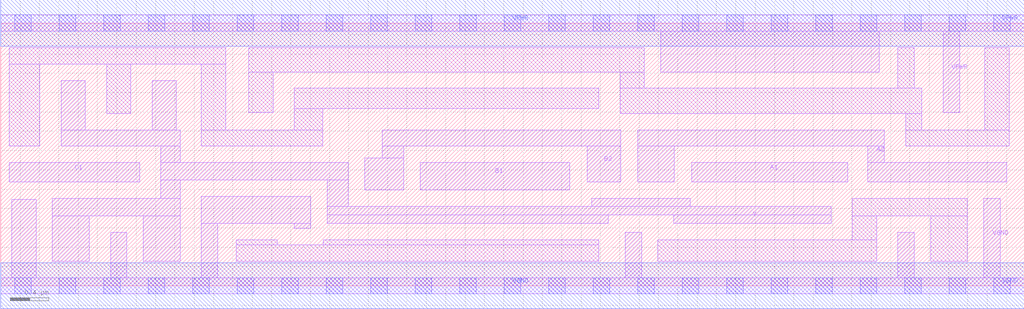
<source format=lef>
# Copyright 2020 The SkyWater PDK Authors
#
# Licensed under the Apache License, Version 2.0 (the "License");
# you may not use this file except in compliance with the License.
# You may obtain a copy of the License at
#
#     https://www.apache.org/licenses/LICENSE-2.0
#
# Unless required by applicable law or agreed to in writing, software
# distributed under the License is distributed on an "AS IS" BASIS,
# WITHOUT WARRANTIES OR CONDITIONS OF ANY KIND, either express or implied.
# See the License for the specific language governing permissions and
# limitations under the License.
#
# SPDX-License-Identifier: Apache-2.0

VERSION 5.7 ;
  NAMESCASESENSITIVE ON ;
  NOWIREEXTENSIONATPIN ON ;
  DIVIDERCHAR "/" ;
  BUSBITCHARS "[]" ;
UNITS
  DATABASE MICRONS 200 ;
END UNITS
PROPERTYDEFINITIONS
  MACRO maskLayoutSubType STRING ;
  MACRO prCellType STRING ;
  MACRO originalViewName STRING ;
END PROPERTYDEFINITIONS
MACRO sky130_fd_sc_hdll__a221oi_4
  CLASS CORE ;
  FOREIGN sky130_fd_sc_hdll__a221oi_4 ;
  ORIGIN  0.000000  0.000000 ;
  SIZE  10.58000 BY  2.720000 ;
  SYMMETRY X Y R90 ;
  SITE unithd ;
  PIN A1
    ANTENNAGATEAREA  1.110000 ;
    DIRECTION INPUT ;
    USE SIGNAL ;
    PORT
      LAYER li1 ;
        RECT 7.145000 1.075000 8.755000 1.275000 ;
    END
  END A1
  PIN A2
    ANTENNAGATEAREA  1.110000 ;
    DIRECTION INPUT ;
    USE SIGNAL ;
    PORT
      LAYER li1 ;
        RECT 6.585000 1.075000  6.965000 1.445000 ;
        RECT 6.585000 1.445000  9.135000 1.615000 ;
        RECT 8.965000 1.075000 10.400000 1.275000 ;
        RECT 8.965000 1.275000  9.135000 1.445000 ;
    END
  END A2
  PIN B1
    ANTENNAGATEAREA  1.110000 ;
    DIRECTION INPUT ;
    USE SIGNAL ;
    PORT
      LAYER li1 ;
        RECT 4.335000 0.995000 5.885000 1.275000 ;
    END
  END B1
  PIN B2
    ANTENNAGATEAREA  1.110000 ;
    DIRECTION INPUT ;
    USE SIGNAL ;
    PORT
      LAYER li1 ;
        RECT 3.765000 0.995000 4.165000 1.325000 ;
        RECT 3.945000 1.325000 4.165000 1.445000 ;
        RECT 3.945000 1.445000 6.410000 1.615000 ;
        RECT 6.065000 1.075000 6.410000 1.445000 ;
    END
  END B2
  PIN C1
    ANTENNAGATEAREA  1.110000 ;
    DIRECTION INPUT ;
    USE SIGNAL ;
    PORT
      LAYER li1 ;
        RECT 0.090000 1.075000 1.435000 1.275000 ;
    END
  END C1
  PIN Y
    ANTENNADIFFAREA  1.893000 ;
    DIRECTION OUTPUT ;
    USE SIGNAL ;
    PORT
      LAYER li1 ;
        RECT 0.535000 0.255000 0.915000 0.725000 ;
        RECT 0.535000 0.725000 1.855000 0.905000 ;
        RECT 0.625000 1.445000 1.855000 1.615000 ;
        RECT 0.625000 1.615000 0.875000 2.125000 ;
        RECT 1.475000 0.255000 1.855000 0.725000 ;
        RECT 1.565000 1.615000 1.815000 2.125000 ;
        RECT 1.655000 0.905000 1.855000 1.095000 ;
        RECT 1.655000 1.095000 3.595000 1.275000 ;
        RECT 1.655000 1.275000 1.855000 1.445000 ;
        RECT 3.375000 0.645000 6.280000 0.735000 ;
        RECT 3.375000 0.735000 8.585000 0.820000 ;
        RECT 3.375000 0.820000 3.595000 1.095000 ;
        RECT 6.110000 0.820000 7.130000 0.905000 ;
        RECT 6.960000 0.645000 8.585000 0.735000 ;
    END
  END Y
  PIN VGND
    DIRECTION INOUT ;
    USE GROUND ;
    PORT
      LAYER li1 ;
        RECT  0.000000 -0.085000 10.580000 0.085000 ;
        RECT  0.115000  0.085000  0.365000 0.895000 ;
        RECT  1.135000  0.085000  1.305000 0.555000 ;
        RECT  2.075000  0.085000  2.245000 0.645000 ;
        RECT  2.075000  0.645000  3.205000 0.925000 ;
        RECT  3.035000  0.595000  3.205000 0.645000 ;
        RECT  6.455000  0.085000  6.625000 0.555000 ;
        RECT  9.275000  0.085000  9.445000 0.555000 ;
        RECT 10.165000  0.085000 10.335000 0.905000 ;
      LAYER mcon ;
        RECT  0.145000 -0.085000  0.315000 0.085000 ;
        RECT  0.605000 -0.085000  0.775000 0.085000 ;
        RECT  1.065000 -0.085000  1.235000 0.085000 ;
        RECT  1.525000 -0.085000  1.695000 0.085000 ;
        RECT  1.985000 -0.085000  2.155000 0.085000 ;
        RECT  2.445000 -0.085000  2.615000 0.085000 ;
        RECT  2.905000 -0.085000  3.075000 0.085000 ;
        RECT  3.365000 -0.085000  3.535000 0.085000 ;
        RECT  3.825000 -0.085000  3.995000 0.085000 ;
        RECT  4.285000 -0.085000  4.455000 0.085000 ;
        RECT  4.745000 -0.085000  4.915000 0.085000 ;
        RECT  5.205000 -0.085000  5.375000 0.085000 ;
        RECT  5.665000 -0.085000  5.835000 0.085000 ;
        RECT  6.125000 -0.085000  6.295000 0.085000 ;
        RECT  6.585000 -0.085000  6.755000 0.085000 ;
        RECT  7.045000 -0.085000  7.215000 0.085000 ;
        RECT  7.505000 -0.085000  7.675000 0.085000 ;
        RECT  7.965000 -0.085000  8.135000 0.085000 ;
        RECT  8.425000 -0.085000  8.595000 0.085000 ;
        RECT  8.885000 -0.085000  9.055000 0.085000 ;
        RECT  9.345000 -0.085000  9.515000 0.085000 ;
        RECT  9.805000 -0.085000  9.975000 0.085000 ;
        RECT 10.265000 -0.085000 10.435000 0.085000 ;
      LAYER met1 ;
        RECT 0.000000 -0.240000 10.580000 0.240000 ;
    END
  END VGND
  PIN VPWR
    DIRECTION INOUT ;
    USE POWER ;
    PORT
      LAYER li1 ;
        RECT 0.000000 2.635000 10.580000 2.805000 ;
        RECT 6.825000 2.215000  9.085000 2.635000 ;
        RECT 9.745000 1.795000  9.915000 2.635000 ;
      LAYER mcon ;
        RECT  0.145000 2.635000  0.315000 2.805000 ;
        RECT  0.605000 2.635000  0.775000 2.805000 ;
        RECT  1.065000 2.635000  1.235000 2.805000 ;
        RECT  1.525000 2.635000  1.695000 2.805000 ;
        RECT  1.985000 2.635000  2.155000 2.805000 ;
        RECT  2.445000 2.635000  2.615000 2.805000 ;
        RECT  2.905000 2.635000  3.075000 2.805000 ;
        RECT  3.365000 2.635000  3.535000 2.805000 ;
        RECT  3.825000 2.635000  3.995000 2.805000 ;
        RECT  4.285000 2.635000  4.455000 2.805000 ;
        RECT  4.745000 2.635000  4.915000 2.805000 ;
        RECT  5.205000 2.635000  5.375000 2.805000 ;
        RECT  5.665000 2.635000  5.835000 2.805000 ;
        RECT  6.125000 2.635000  6.295000 2.805000 ;
        RECT  6.585000 2.635000  6.755000 2.805000 ;
        RECT  7.045000 2.635000  7.215000 2.805000 ;
        RECT  7.505000 2.635000  7.675000 2.805000 ;
        RECT  7.965000 2.635000  8.135000 2.805000 ;
        RECT  8.425000 2.635000  8.595000 2.805000 ;
        RECT  8.885000 2.635000  9.055000 2.805000 ;
        RECT  9.345000 2.635000  9.515000 2.805000 ;
        RECT  9.805000 2.635000  9.975000 2.805000 ;
        RECT 10.265000 2.635000 10.435000 2.805000 ;
      LAYER met1 ;
        RECT 0.000000 2.480000 10.580000 2.960000 ;
    END
  END VPWR
  OBS
    LAYER li1 ;
      RECT  0.090000 1.445000  0.405000 2.295000 ;
      RECT  0.090000 2.295000  2.325000 2.465000 ;
      RECT  1.095000 1.785000  1.345000 2.295000 ;
      RECT  2.075000 1.445000  3.330000 1.615000 ;
      RECT  2.075000 1.615000  2.325000 2.295000 ;
      RECT  2.435000 0.255000  6.185000 0.425000 ;
      RECT  2.435000 0.425000  2.860000 0.475000 ;
      RECT  2.565000 1.795000  2.815000 2.215000 ;
      RECT  2.565000 2.215000  6.655000 2.465000 ;
      RECT  3.035000 1.615000  3.330000 1.835000 ;
      RECT  3.035000 1.835000  6.185000 2.045000 ;
      RECT  3.335000 0.425000  6.185000 0.475000 ;
      RECT  6.405000 1.785000  9.525000 2.045000 ;
      RECT  6.405000 2.045000  6.655000 2.215000 ;
      RECT  6.795000 0.255000  9.055000 0.475000 ;
      RECT  8.805000 0.475000  9.055000 0.725000 ;
      RECT  8.805000 0.725000  9.995000 0.905000 ;
      RECT  9.275000 2.045000  9.445000 2.465000 ;
      RECT  9.355000 1.445000 10.425000 1.615000 ;
      RECT  9.355000 1.615000  9.525000 1.785000 ;
      RECT  9.615000 0.255000  9.995000 0.725000 ;
      RECT 10.175000 1.615000 10.425000 2.465000 ;
  END
  PROPERTY maskLayoutSubType "abstract" ;
  PROPERTY prCellType "standard" ;
  PROPERTY originalViewName "layout" ;
END sky130_fd_sc_hdll__a221oi_4

</source>
